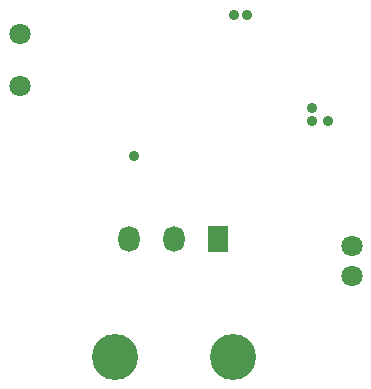
<source format=gbs>
G04*
G04 #@! TF.GenerationSoftware,Altium Limited,Altium Designer,23.10.1 (27)*
G04*
G04 Layer_Color=16711935*
%FSLAX44Y44*%
%MOMM*%
G71*
G04*
G04 #@! TF.SameCoordinates,0AC736BD-E267-4969-BD77-996DE068DD07*
G04*
G04*
G04 #@! TF.FilePolarity,Negative*
G04*
G01*
G75*
%ADD26C,1.8032*%
%ADD27C,3.9032*%
%ADD28O,1.8032X2.2032*%
%ADD29R,1.8032X2.2032*%
%ADD30C,0.9032*%
D26*
X47280Y-73400D02*
D03*
Y-117400D02*
D03*
X328930Y-278130D02*
D03*
Y-252730D02*
D03*
D27*
X127800Y-346710D02*
D03*
X227800D02*
D03*
D28*
X140300Y-246710D02*
D03*
X177800D02*
D03*
D29*
X215300D02*
D03*
D30*
X144000Y-177000D02*
D03*
X295000Y-147000D02*
D03*
X308610Y-147320D02*
D03*
X294640Y-135890D02*
D03*
X240030Y-57150D02*
D03*
X228600D02*
D03*
M02*

</source>
